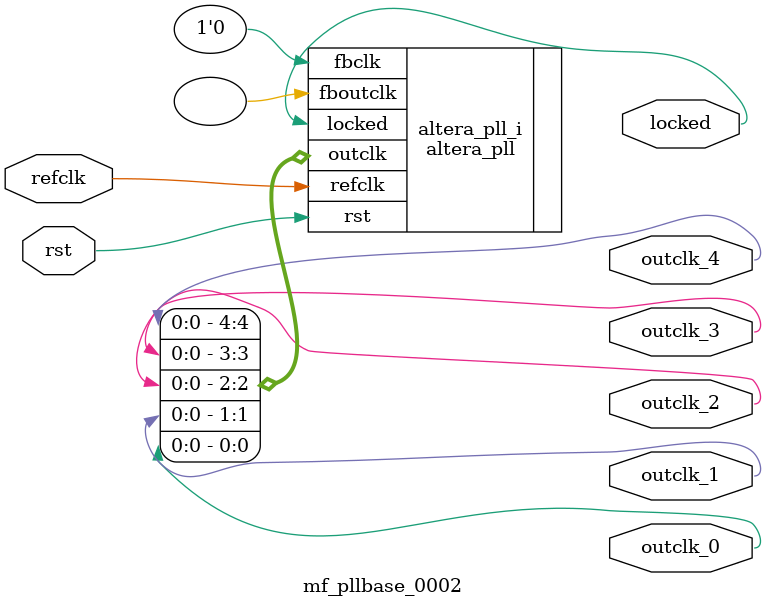
<source format=v>
`timescale 1ns/10ps
module  mf_pllbase_0002(

	// interface 'refclk'
	input wire refclk,

	// interface 'reset'
	input wire rst,

	// interface 'outclk0'
	output wire outclk_0,

	// interface 'outclk1'
	output wire outclk_1,

	// interface 'outclk2'
	output wire outclk_2,

	// interface 'outclk3'
	output wire outclk_3,

	// interface 'outclk4'
	output wire outclk_4,

	// interface 'locked'
	output wire locked
);

	altera_pll #(
		.fractional_vco_multiplier("true"),
		.reference_clock_frequency("74.25 MHz"),
		.operation_mode("direct"),
		.number_of_clocks(5),
		.output_clock_frequency0("6.000000 MHz"),
		.phase_shift0("0 ps"),
		.duty_cycle0(50),
		.output_clock_frequency1("25.000000 MHz"),
		.phase_shift1("10000 ps"),
		.duty_cycle1(50),
		.output_clock_frequency2("50.000000 MHz"),
		.phase_shift2("0 ps"),
		.duty_cycle2(50),
		.output_clock_frequency3("25.000000 MHz"),
		.phase_shift3("0 ps"),
		.duty_cycle3(50),
		.output_clock_frequency4("25.000000 MHz"),
		.phase_shift4("0 ps"),
		.duty_cycle4(50),
		.output_clock_frequency5("0 MHz"),
		.phase_shift5("0 ps"),
		.duty_cycle5(50),
		.output_clock_frequency6("0 MHz"),
		.phase_shift6("0 ps"),
		.duty_cycle6(50),
		.output_clock_frequency7("0 MHz"),
		.phase_shift7("0 ps"),
		.duty_cycle7(50),
		.output_clock_frequency8("0 MHz"),
		.phase_shift8("0 ps"),
		.duty_cycle8(50),
		.output_clock_frequency9("0 MHz"),
		.phase_shift9("0 ps"),
		.duty_cycle9(50),
		.output_clock_frequency10("0 MHz"),
		.phase_shift10("0 ps"),
		.duty_cycle10(50),
		.output_clock_frequency11("0 MHz"),
		.phase_shift11("0 ps"),
		.duty_cycle11(50),
		.output_clock_frequency12("0 MHz"),
		.phase_shift12("0 ps"),
		.duty_cycle12(50),
		.output_clock_frequency13("0 MHz"),
		.phase_shift13("0 ps"),
		.duty_cycle13(50),
		.output_clock_frequency14("0 MHz"),
		.phase_shift14("0 ps"),
		.duty_cycle14(50),
		.output_clock_frequency15("0 MHz"),
		.phase_shift15("0 ps"),
		.duty_cycle15(50),
		.output_clock_frequency16("0 MHz"),
		.phase_shift16("0 ps"),
		.duty_cycle16(50),
		.output_clock_frequency17("0 MHz"),
		.phase_shift17("0 ps"),
		.duty_cycle17(50),
		.pll_type("General"),
		.pll_subtype("General")
	) altera_pll_i (
		.rst	(rst),
		.outclk	({outclk_4, outclk_3, outclk_2, outclk_1, outclk_0}),
		.locked	(locked),
		.fboutclk	( ),
		.fbclk	(1'b0),
		.refclk	(refclk)
	);
endmodule


</source>
